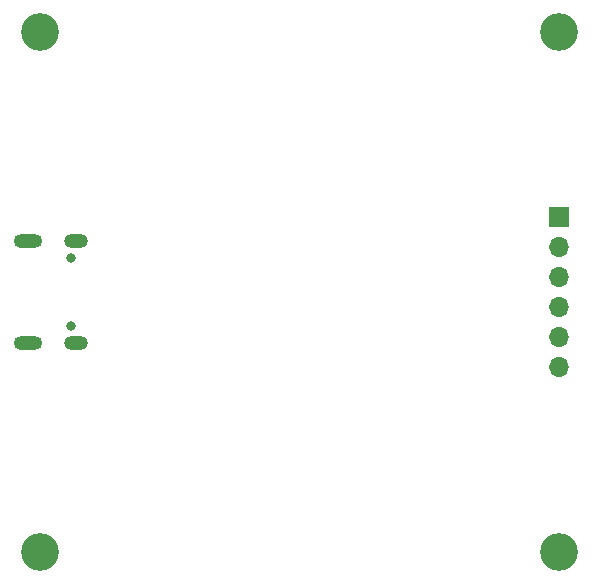
<source format=gbr>
%TF.GenerationSoftware,KiCad,Pcbnew,8.0.2*%
%TF.CreationDate,2024-06-01T19:49:29+09:00*%
%TF.ProjectId,esp8266writer,65737038-3236-4367-9772-697465722e6b,rev?*%
%TF.SameCoordinates,Original*%
%TF.FileFunction,Soldermask,Bot*%
%TF.FilePolarity,Negative*%
%FSLAX46Y46*%
G04 Gerber Fmt 4.6, Leading zero omitted, Abs format (unit mm)*
G04 Created by KiCad (PCBNEW 8.0.2) date 2024-06-01 19:49:29*
%MOMM*%
%LPD*%
G01*
G04 APERTURE LIST*
%ADD10C,0.800000*%
%ADD11O,2.000000X1.200000*%
%ADD12O,2.400000X1.200000*%
%ADD13C,3.200000*%
%ADD14R,1.700000X1.700000*%
%ADD15O,1.700000X1.700000*%
G04 APERTURE END LIST*
D10*
%TO.C,J1*%
X80704000Y-72110000D03*
X80704000Y-77890000D03*
D11*
X81050000Y-70680000D03*
D12*
X77050000Y-70680000D03*
D11*
X81050000Y-79318000D03*
D12*
X77050000Y-79320000D03*
%TD*%
D13*
%TO.C,H2*%
X122000000Y-53000000D03*
%TD*%
%TO.C,H4*%
X122000000Y-97000000D03*
%TD*%
%TO.C,H1*%
X78000000Y-53000000D03*
%TD*%
%TO.C,H3*%
X78000000Y-97000000D03*
%TD*%
D14*
%TO.C,J2*%
X122000000Y-68650000D03*
D15*
X122000000Y-71190000D03*
X122000000Y-73730000D03*
X122000000Y-76270000D03*
X122000000Y-78810000D03*
X122000000Y-81350000D03*
%TD*%
M02*

</source>
